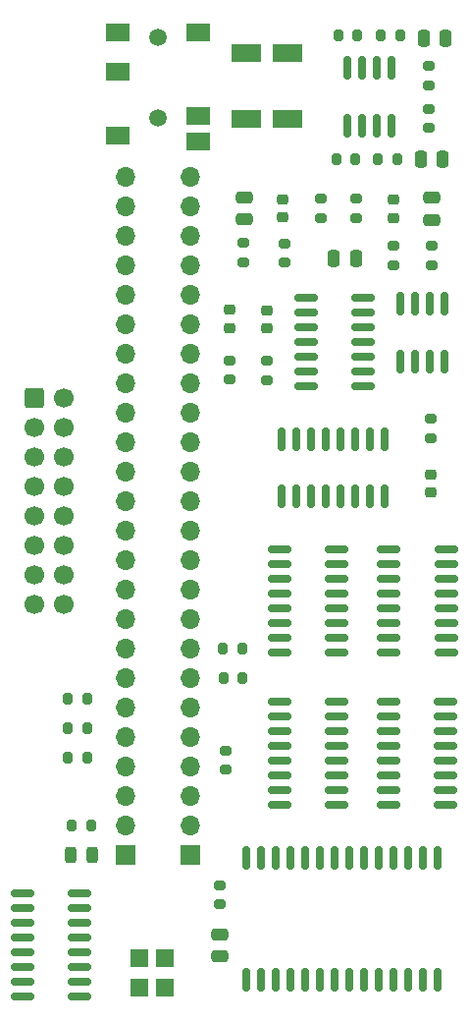
<source format=gbr>
%TF.GenerationSoftware,KiCad,Pcbnew,(7.0.0-0)*%
%TF.CreationDate,2023-03-31T09:05:14+02:00*%
%TF.ProjectId,Nes Sound Expansion,4e657320-536f-4756-9e64-20457870616e,rev?*%
%TF.SameCoordinates,Original*%
%TF.FileFunction,Soldermask,Top*%
%TF.FilePolarity,Negative*%
%FSLAX46Y46*%
G04 Gerber Fmt 4.6, Leading zero omitted, Abs format (unit mm)*
G04 Created by KiCad (PCBNEW (7.0.0-0)) date 2023-03-31 09:05:14*
%MOMM*%
%LPD*%
G01*
G04 APERTURE LIST*
G04 Aperture macros list*
%AMRoundRect*
0 Rectangle with rounded corners*
0 $1 Rounding radius*
0 $2 $3 $4 $5 $6 $7 $8 $9 X,Y pos of 4 corners*
0 Add a 4 corners polygon primitive as box body*
4,1,4,$2,$3,$4,$5,$6,$7,$8,$9,$2,$3,0*
0 Add four circle primitives for the rounded corners*
1,1,$1+$1,$2,$3*
1,1,$1+$1,$4,$5*
1,1,$1+$1,$6,$7*
1,1,$1+$1,$8,$9*
0 Add four rect primitives between the rounded corners*
20,1,$1+$1,$2,$3,$4,$5,0*
20,1,$1+$1,$4,$5,$6,$7,0*
20,1,$1+$1,$6,$7,$8,$9,0*
20,1,$1+$1,$8,$9,$2,$3,0*%
G04 Aperture macros list end*
%ADD10RoundRect,0.225000X0.250000X-0.225000X0.250000X0.225000X-0.250000X0.225000X-0.250000X-0.225000X0*%
%ADD11RoundRect,0.225000X-0.250000X0.225000X-0.250000X-0.225000X0.250000X-0.225000X0.250000X0.225000X0*%
%ADD12RoundRect,0.150000X-0.825000X-0.150000X0.825000X-0.150000X0.825000X0.150000X-0.825000X0.150000X0*%
%ADD13RoundRect,0.200000X-0.200000X-0.275000X0.200000X-0.275000X0.200000X0.275000X-0.200000X0.275000X0*%
%ADD14RoundRect,0.200000X-0.275000X0.200000X-0.275000X-0.200000X0.275000X-0.200000X0.275000X0.200000X0*%
%ADD15RoundRect,0.250000X0.250000X0.475000X-0.250000X0.475000X-0.250000X-0.475000X0.250000X-0.475000X0*%
%ADD16R,1.500000X1.600000*%
%ADD17RoundRect,0.200000X0.200000X0.275000X-0.200000X0.275000X-0.200000X-0.275000X0.200000X-0.275000X0*%
%ADD18RoundRect,0.150000X-0.150000X0.875000X-0.150000X-0.875000X0.150000X-0.875000X0.150000X0.875000X0*%
%ADD19RoundRect,0.200000X0.275000X-0.200000X0.275000X0.200000X-0.275000X0.200000X-0.275000X-0.200000X0*%
%ADD20RoundRect,0.250000X1.050000X0.550000X-1.050000X0.550000X-1.050000X-0.550000X1.050000X-0.550000X0*%
%ADD21C,1.500000*%
%ADD22R,2.000000X1.500000*%
%ADD23RoundRect,0.243750X-0.243750X-0.456250X0.243750X-0.456250X0.243750X0.456250X-0.243750X0.456250X0*%
%ADD24RoundRect,0.250000X-0.475000X0.250000X-0.475000X-0.250000X0.475000X-0.250000X0.475000X0.250000X0*%
%ADD25RoundRect,0.250000X0.475000X-0.250000X0.475000X0.250000X-0.475000X0.250000X-0.475000X-0.250000X0*%
%ADD26RoundRect,0.250000X-0.250000X-0.475000X0.250000X-0.475000X0.250000X0.475000X-0.250000X0.475000X0*%
%ADD27RoundRect,0.150000X0.150000X-0.825000X0.150000X0.825000X-0.150000X0.825000X-0.150000X-0.825000X0*%
%ADD28RoundRect,0.150000X-0.150000X0.825000X-0.150000X-0.825000X0.150000X-0.825000X0.150000X0.825000X0*%
%ADD29RoundRect,0.250000X-0.600000X-0.600000X0.600000X-0.600000X0.600000X0.600000X-0.600000X0.600000X0*%
%ADD30C,1.700000*%
%ADD31R,1.700000X1.700000*%
%ADD32O,1.700000X1.700000*%
G04 APERTURE END LIST*
D10*
%TO.C,C9*%
X130810000Y-54364000D03*
X130810000Y-52814000D03*
%TD*%
D11*
%TO.C,C8*%
X121285000Y-52753000D03*
X121285000Y-54303000D03*
%TD*%
%TO.C,C5*%
X134047000Y-76502000D03*
X134047000Y-78052000D03*
%TD*%
D10*
%TO.C,C4*%
X116651000Y-63833000D03*
X116651000Y-62283000D03*
%TD*%
D11*
%TO.C,C3*%
X119888000Y-62331000D03*
X119888000Y-63881000D03*
%TD*%
D12*
%TO.C,U1*%
X98806000Y-112522000D03*
X98806000Y-113792000D03*
X98806000Y-115062000D03*
X98806000Y-116332000D03*
X98806000Y-117602000D03*
X98806000Y-118872000D03*
X98806000Y-120142000D03*
X98806000Y-121412000D03*
X103756000Y-121412000D03*
X103756000Y-120142000D03*
X103756000Y-118872000D03*
X103756000Y-117602000D03*
X103756000Y-116332000D03*
X103756000Y-115062000D03*
X103756000Y-113792000D03*
X103756000Y-112522000D03*
%TD*%
D13*
%TO.C,R9*%
X103061000Y-106680000D03*
X104711000Y-106680000D03*
%TD*%
D12*
%TO.C,U7*%
X130432000Y-82931000D03*
X130432000Y-84201000D03*
X130432000Y-85471000D03*
X130432000Y-86741000D03*
X130432000Y-88011000D03*
X130432000Y-89281000D03*
X130432000Y-90551000D03*
X130432000Y-91821000D03*
X135382000Y-91821000D03*
X135382000Y-90551000D03*
X135382000Y-89281000D03*
X135382000Y-88011000D03*
X135382000Y-86741000D03*
X135382000Y-85471000D03*
X135382000Y-84201000D03*
X135382000Y-82931000D03*
%TD*%
%TO.C,U2*%
X123255000Y-61214000D03*
X123255000Y-62484000D03*
X123255000Y-63754000D03*
X123255000Y-65024000D03*
X123255000Y-66294000D03*
X123255000Y-67564000D03*
X123255000Y-68834000D03*
X128205000Y-68834000D03*
X128205000Y-67564000D03*
X128205000Y-66294000D03*
X128205000Y-65024000D03*
X128205000Y-63754000D03*
X128205000Y-62484000D03*
X128205000Y-61214000D03*
%TD*%
D14*
%TO.C,R6*%
X117856000Y-56508000D03*
X117856000Y-58158000D03*
%TD*%
D12*
%TO.C,U6*%
X120969000Y-82931000D03*
X120969000Y-84201000D03*
X120969000Y-85471000D03*
X120969000Y-86741000D03*
X120969000Y-88011000D03*
X120969000Y-89281000D03*
X120969000Y-90551000D03*
X120969000Y-91821000D03*
X125919000Y-91821000D03*
X125919000Y-90551000D03*
X125919000Y-89281000D03*
X125919000Y-88011000D03*
X125919000Y-86741000D03*
X125919000Y-85471000D03*
X125919000Y-84201000D03*
X125919000Y-82931000D03*
%TD*%
D15*
%TO.C,C2*%
X127569000Y-57846000D03*
X125669000Y-57846000D03*
%TD*%
D14*
%TO.C,R7*%
X130810000Y-56762000D03*
X130810000Y-58412000D03*
%TD*%
%TO.C,R8*%
X134112000Y-56762000D03*
X134112000Y-58412000D03*
%TD*%
D16*
%TO.C,X1*%
X108881999Y-118109999D03*
X108881999Y-120649999D03*
X111081999Y-120649999D03*
X111081999Y-118109999D03*
%TD*%
D17*
%TO.C,R4*%
X104394000Y-98298000D03*
X102744000Y-98298000D03*
%TD*%
D14*
%TO.C,R5*%
X121412000Y-56571000D03*
X121412000Y-58221000D03*
%TD*%
D18*
%TO.C,YMF288*%
X134620000Y-109474000D03*
X133350000Y-109474000D03*
X132080000Y-109474000D03*
X130810000Y-109474000D03*
X129540000Y-109474000D03*
X128270000Y-109474000D03*
X127000000Y-109474000D03*
X125730000Y-109474000D03*
X124460000Y-109474000D03*
X123190000Y-109474000D03*
X121920000Y-109474000D03*
X120650000Y-109474000D03*
X119380000Y-109474000D03*
X118110000Y-109474000D03*
X118110000Y-120044000D03*
X119380000Y-120044000D03*
X120650000Y-120044000D03*
X121920000Y-120044000D03*
X123190000Y-120044000D03*
X124460000Y-120044000D03*
X125730000Y-120044000D03*
X127000000Y-120044000D03*
X128270000Y-120044000D03*
X129540000Y-120044000D03*
X130810000Y-120044000D03*
X132080000Y-120044000D03*
X133350000Y-120044000D03*
X134620000Y-120044000D03*
%TD*%
D19*
%TO.C,R14*%
X134047000Y-73318500D03*
X134047000Y-71668500D03*
%TD*%
D14*
%TO.C,R13*%
X116651000Y-66628000D03*
X116651000Y-68278000D03*
%TD*%
%TO.C,R12*%
X119888000Y-66676000D03*
X119888000Y-68326000D03*
%TD*%
%TO.C,R15*%
X115824000Y-111839000D03*
X115824000Y-113489000D03*
%TD*%
D17*
%TO.C,R17*%
X117776000Y-91440000D03*
X116126000Y-91440000D03*
%TD*%
D20*
%TO.C,C11*%
X121688000Y-40132000D03*
X118088000Y-40132000D03*
%TD*%
D21*
%TO.C,J6*%
X110490000Y-38787000D03*
X110490000Y-45787000D03*
D22*
X113989999Y-38386999D03*
X106989999Y-38386999D03*
X106989999Y-41786999D03*
X106989999Y-47286999D03*
X113989999Y-45586999D03*
X113989999Y-47786999D03*
%TD*%
D17*
%TO.C,R19*%
X104394000Y-95758000D03*
X102744000Y-95758000D03*
%TD*%
%TO.C,R16*%
X117792000Y-93980000D03*
X116142000Y-93980000D03*
%TD*%
D23*
%TO.C,J7*%
X102948500Y-109220000D03*
X104823500Y-109220000D03*
%TD*%
D20*
%TO.C,C10*%
X121710000Y-45847000D03*
X118110000Y-45847000D03*
%TD*%
D17*
%TO.C,R18*%
X104394000Y-100838000D03*
X102744000Y-100838000D03*
%TD*%
D24*
%TO.C,C1*%
X115824000Y-116095000D03*
X115824000Y-117995000D03*
%TD*%
D25*
%TO.C,C6*%
X117983000Y-54478000D03*
X117983000Y-52578000D03*
%TD*%
%TO.C,C7*%
X134112000Y-54544000D03*
X134112000Y-52644000D03*
%TD*%
D26*
%TO.C,C12*%
X133162000Y-49276000D03*
X135062000Y-49276000D03*
%TD*%
%TO.C,C13*%
X133416000Y-38862000D03*
X135316000Y-38862000D03*
%TD*%
D14*
%TO.C,R22*%
X133858000Y-41276000D03*
X133858000Y-42926000D03*
%TD*%
D19*
%TO.C,R23*%
X127635000Y-54376500D03*
X127635000Y-52726500D03*
%TD*%
D13*
%TO.C,R26*%
X125897500Y-49276000D03*
X127547500Y-49276000D03*
%TD*%
D27*
%TO.C,U3*%
X126873000Y-46417000D03*
X128143000Y-46417000D03*
X129413000Y-46417000D03*
X130683000Y-46417000D03*
X130683000Y-41467000D03*
X129413000Y-41467000D03*
X128143000Y-41467000D03*
X126873000Y-41467000D03*
%TD*%
D28*
%TO.C,BU9480F1*%
X135255000Y-61787000D03*
X133985000Y-61787000D03*
X132715000Y-61787000D03*
X131445000Y-61787000D03*
X131445000Y-66737000D03*
X132715000Y-66737000D03*
X133985000Y-66737000D03*
X135255000Y-66737000D03*
%TD*%
D14*
%TO.C,R21*%
X124587000Y-52726500D03*
X124587000Y-54376500D03*
%TD*%
D13*
%TO.C,R24*%
X129500500Y-49276000D03*
X131150500Y-49276000D03*
%TD*%
%TO.C,R25*%
X129731000Y-38608000D03*
X131381000Y-38608000D03*
%TD*%
%TO.C,R27*%
X126071500Y-38608000D03*
X127721500Y-38608000D03*
%TD*%
D14*
%TO.C,R20*%
X133858000Y-44959000D03*
X133858000Y-46609000D03*
%TD*%
%TO.C,R10*%
X116332000Y-100267000D03*
X116332000Y-101917000D03*
%TD*%
D29*
%TO.C,J1*%
X99822000Y-69850000D03*
D30*
X102362000Y-69850000D03*
X99822000Y-72390000D03*
X102362000Y-72390000D03*
X99822000Y-74930000D03*
X102362000Y-74930000D03*
X99822000Y-77470000D03*
X102362000Y-77470000D03*
X99822000Y-80010000D03*
X102362000Y-80010000D03*
X99822000Y-82550000D03*
X102362000Y-82550000D03*
X99822000Y-85090000D03*
X102362000Y-85090000D03*
X99822000Y-87630000D03*
X102362000Y-87630000D03*
%TD*%
D12*
%TO.C,U8*%
X120969000Y-96012000D03*
X120969000Y-97282000D03*
X120969000Y-98552000D03*
X120969000Y-99822000D03*
X120969000Y-101092000D03*
X120969000Y-102362000D03*
X120969000Y-103632000D03*
X120969000Y-104902000D03*
X125919000Y-104902000D03*
X125919000Y-103632000D03*
X125919000Y-102362000D03*
X125919000Y-101092000D03*
X125919000Y-99822000D03*
X125919000Y-98552000D03*
X125919000Y-97282000D03*
X125919000Y-96012000D03*
%TD*%
D27*
%TO.C,U10*%
X121158000Y-78356000D03*
X122428000Y-78356000D03*
X123698000Y-78356000D03*
X124968000Y-78356000D03*
X126238000Y-78356000D03*
X127508000Y-78356000D03*
X128778000Y-78356000D03*
X130048000Y-78356000D03*
X130048000Y-73406000D03*
X128778000Y-73406000D03*
X127508000Y-73406000D03*
X126238000Y-73406000D03*
X124968000Y-73406000D03*
X123698000Y-73406000D03*
X122428000Y-73406000D03*
X121158000Y-73406000D03*
%TD*%
D12*
%TO.C,U9*%
X130367000Y-96012000D03*
X130367000Y-97282000D03*
X130367000Y-98552000D03*
X130367000Y-99822000D03*
X130367000Y-101092000D03*
X130367000Y-102362000D03*
X130367000Y-103632000D03*
X130367000Y-104902000D03*
X135317000Y-104902000D03*
X135317000Y-103632000D03*
X135317000Y-102362000D03*
X135317000Y-101092000D03*
X135317000Y-99822000D03*
X135317000Y-98552000D03*
X135317000Y-97282000D03*
X135317000Y-96012000D03*
%TD*%
D31*
%TO.C,J3*%
X113283999Y-109219999D03*
D32*
X113283999Y-106679999D03*
X113283999Y-104139999D03*
X113283999Y-101599999D03*
X113283999Y-99059999D03*
X113283999Y-96519999D03*
X113283999Y-93979999D03*
X113283999Y-91439999D03*
X113283999Y-88899999D03*
X113283999Y-86359999D03*
X113283999Y-83819999D03*
X113283999Y-81279999D03*
X113283999Y-78739999D03*
X113283999Y-76199999D03*
X113283999Y-73659999D03*
X113283999Y-71119999D03*
X113283999Y-68579999D03*
X113283999Y-66039999D03*
X113283999Y-63499999D03*
X113283999Y-60959999D03*
X113283999Y-58419999D03*
X113283999Y-55879999D03*
X113283999Y-53339999D03*
X113283999Y-50799999D03*
%TD*%
D31*
%TO.C,J4*%
X107695999Y-109219999D03*
D32*
X107695999Y-106679999D03*
X107695999Y-104139999D03*
X107695999Y-101599999D03*
X107695999Y-99059999D03*
X107695999Y-96519999D03*
X107695999Y-93979999D03*
X107695999Y-91439999D03*
X107695999Y-88899999D03*
X107695999Y-86359999D03*
X107695999Y-83819999D03*
X107695999Y-81279999D03*
X107695999Y-78739999D03*
X107695999Y-76199999D03*
X107695999Y-73659999D03*
X107695999Y-71119999D03*
X107695999Y-68579999D03*
X107695999Y-66039999D03*
X107695999Y-63499999D03*
X107695999Y-60959999D03*
X107695999Y-58419999D03*
X107695999Y-55879999D03*
X107695999Y-53339999D03*
X107695999Y-50799999D03*
%TD*%
M02*

</source>
